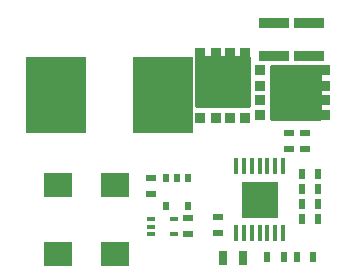
<source format=gbr>
%TF.GenerationSoftware,Altium Limited,Altium Designer,20.1.8 (145)*%
G04 Layer_Color=8421504*
%FSLAX24Y24*%
%MOIN*%
%TF.SameCoordinates,EFFAC6F7-03CC-4013-BD78-E1C7C4EA7A57*%
%TF.FilePolarity,Positive*%
%TF.FileFunction,Paste,Top*%
%TF.Part,Single*%
G01*
G75*
%TA.AperFunction,SMDPad,CuDef*%
G04:AMPARAMS|DCode=10|XSize=33.5mil|YSize=21.7mil|CornerRadius=0.1mil|HoleSize=0mil|Usage=FLASHONLY|Rotation=180.000|XOffset=0mil|YOffset=0mil|HoleType=Round|Shape=RoundedRectangle|*
%AMROUNDEDRECTD10*
21,1,0.0335,0.0214,0,0,180.0*
21,1,0.0332,0.0217,0,0,180.0*
1,1,0.0002,-0.0166,0.0107*
1,1,0.0002,0.0166,0.0107*
1,1,0.0002,0.0166,-0.0107*
1,1,0.0002,-0.0166,-0.0107*
%
%ADD10ROUNDEDRECTD10*%
G04:AMPARAMS|DCode=11|XSize=255.9mil|YSize=196.9mil|CornerRadius=1mil|HoleSize=0mil|Usage=FLASHONLY|Rotation=90.000|XOffset=0mil|YOffset=0mil|HoleType=Round|Shape=RoundedRectangle|*
%AMROUNDEDRECTD11*
21,1,0.2559,0.1949,0,0,90.0*
21,1,0.2539,0.1969,0,0,90.0*
1,1,0.0020,0.0974,0.1270*
1,1,0.0020,0.0974,-0.1270*
1,1,0.0020,-0.0974,-0.1270*
1,1,0.0020,-0.0974,0.1270*
%
%ADD11ROUNDEDRECTD11*%
G04:AMPARAMS|DCode=12|XSize=92.5mil|YSize=82.7mil|CornerRadius=0.4mil|HoleSize=0mil|Usage=FLASHONLY|Rotation=180.000|XOffset=0mil|YOffset=0mil|HoleType=Round|Shape=RoundedRectangle|*
%AMROUNDEDRECTD12*
21,1,0.0925,0.0818,0,0,180.0*
21,1,0.0917,0.0827,0,0,180.0*
1,1,0.0008,-0.0458,0.0409*
1,1,0.0008,0.0458,0.0409*
1,1,0.0008,0.0458,-0.0409*
1,1,0.0008,-0.0458,-0.0409*
%
%ADD12ROUNDEDRECTD12*%
%TA.AperFunction,ConnectorPad*%
G04:AMPARAMS|DCode=13|XSize=47.2mil|YSize=27.6mil|CornerRadius=0.1mil|HoleSize=0mil|Usage=FLASHONLY|Rotation=90.000|XOffset=0mil|YOffset=0mil|HoleType=Round|Shape=RoundedRectangle|*
%AMROUNDEDRECTD13*
21,1,0.0472,0.0273,0,0,90.0*
21,1,0.0470,0.0276,0,0,90.0*
1,1,0.0003,0.0136,0.0235*
1,1,0.0003,0.0136,-0.0235*
1,1,0.0003,-0.0136,-0.0235*
1,1,0.0003,-0.0136,0.0235*
%
%ADD13ROUNDEDRECTD13*%
%TA.AperFunction,SMDPad,CuDef*%
G04:AMPARAMS|DCode=14|XSize=21.7mil|YSize=29.5mil|CornerRadius=0.1mil|HoleSize=0mil|Usage=FLASHONLY|Rotation=0.000|XOffset=0mil|YOffset=0mil|HoleType=Round|Shape=RoundedRectangle|*
%AMROUNDEDRECTD14*
21,1,0.0217,0.0293,0,0,0.0*
21,1,0.0214,0.0295,0,0,0.0*
1,1,0.0002,0.0107,-0.0147*
1,1,0.0002,-0.0107,-0.0147*
1,1,0.0002,-0.0107,0.0147*
1,1,0.0002,0.0107,0.0147*
%
%ADD14ROUNDEDRECTD14*%
G04:AMPARAMS|DCode=15|XSize=13.8mil|YSize=23.6mil|CornerRadius=0.1mil|HoleSize=0mil|Usage=FLASHONLY|Rotation=90.000|XOffset=0mil|YOffset=0mil|HoleType=Round|Shape=RoundedRectangle|*
%AMROUNDEDRECTD15*
21,1,0.0138,0.0235,0,0,90.0*
21,1,0.0136,0.0236,0,0,90.0*
1,1,0.0001,0.0117,0.0068*
1,1,0.0001,0.0117,-0.0068*
1,1,0.0001,-0.0117,-0.0068*
1,1,0.0001,-0.0117,0.0068*
%
%ADD15ROUNDEDRECTD15*%
G04:AMPARAMS|DCode=20|XSize=33.5mil|YSize=19.7mil|CornerRadius=0.1mil|HoleSize=0mil|Usage=FLASHONLY|Rotation=90.000|XOffset=0mil|YOffset=0mil|HoleType=Round|Shape=RoundedRectangle|*
%AMROUNDEDRECTD20*
21,1,0.0335,0.0195,0,0,90.0*
21,1,0.0333,0.0197,0,0,90.0*
1,1,0.0002,0.0097,0.0166*
1,1,0.0002,0.0097,-0.0166*
1,1,0.0002,-0.0097,-0.0166*
1,1,0.0002,-0.0097,0.0166*
%
%ADD20ROUNDEDRECTD20*%
G04:AMPARAMS|DCode=21|XSize=33.5mil|YSize=21.7mil|CornerRadius=0.1mil|HoleSize=0mil|Usage=FLASHONLY|Rotation=270.000|XOffset=0mil|YOffset=0mil|HoleType=Round|Shape=RoundedRectangle|*
%AMROUNDEDRECTD21*
21,1,0.0335,0.0214,0,0,270.0*
21,1,0.0332,0.0217,0,0,270.0*
1,1,0.0002,-0.0107,-0.0166*
1,1,0.0002,-0.0107,0.0166*
1,1,0.0002,0.0107,0.0166*
1,1,0.0002,0.0107,-0.0166*
%
%ADD21ROUNDEDRECTD21*%
%TA.AperFunction,ConnectorPad*%
G04:AMPARAMS|DCode=22|XSize=33.5mil|YSize=21.7mil|CornerRadius=0.1mil|HoleSize=0mil|Usage=FLASHONLY|Rotation=90.000|XOffset=0mil|YOffset=0mil|HoleType=Round|Shape=RoundedRectangle|*
%AMROUNDEDRECTD22*
21,1,0.0335,0.0214,0,0,90.0*
21,1,0.0332,0.0217,0,0,90.0*
1,1,0.0002,0.0107,0.0166*
1,1,0.0002,0.0107,-0.0166*
1,1,0.0002,-0.0107,-0.0166*
1,1,0.0002,-0.0107,0.0166*
%
%ADD22ROUNDEDRECTD22*%
%TA.AperFunction,SMDPad,CuDef*%
G04:AMPARAMS|DCode=23|XSize=118mil|YSize=122mil|CornerRadius=0.6mil|HoleSize=0mil|Usage=FLASHONLY|Rotation=90.000|XOffset=0mil|YOffset=0mil|HoleType=Round|Shape=RoundedRectangle|*
%AMROUNDEDRECTD23*
21,1,0.1180,0.1208,0,0,90.0*
21,1,0.1168,0.1220,0,0,90.0*
1,1,0.0012,0.0604,0.0584*
1,1,0.0012,0.0604,-0.0584*
1,1,0.0012,-0.0604,-0.0584*
1,1,0.0012,-0.0604,0.0584*
%
%ADD23ROUNDEDRECTD23*%
G04:AMPARAMS|DCode=24|XSize=56mil|YSize=13.8mil|CornerRadius=0.1mil|HoleSize=0mil|Usage=FLASHONLY|Rotation=270.000|XOffset=0mil|YOffset=0mil|HoleType=Round|Shape=RoundedRectangle|*
%AMROUNDEDRECTD24*
21,1,0.0560,0.0136,0,0,270.0*
21,1,0.0559,0.0138,0,0,270.0*
1,1,0.0001,-0.0068,-0.0279*
1,1,0.0001,-0.0068,0.0279*
1,1,0.0001,0.0068,0.0279*
1,1,0.0001,0.0068,-0.0279*
%
%ADD24ROUNDEDRECTD24*%
G04:AMPARAMS|DCode=25|XSize=33.5mil|YSize=19.7mil|CornerRadius=0.1mil|HoleSize=0mil|Usage=FLASHONLY|Rotation=180.000|XOffset=0mil|YOffset=0mil|HoleType=Round|Shape=RoundedRectangle|*
%AMROUNDEDRECTD25*
21,1,0.0335,0.0195,0,0,180.0*
21,1,0.0333,0.0197,0,0,180.0*
1,1,0.0002,-0.0166,0.0097*
1,1,0.0002,0.0166,0.0097*
1,1,0.0002,0.0166,-0.0097*
1,1,0.0002,-0.0166,-0.0097*
%
%ADD25ROUNDEDRECTD25*%
G04:AMPARAMS|DCode=26|XSize=100.4mil|YSize=31.5mil|CornerRadius=0.2mil|HoleSize=0mil|Usage=FLASHONLY|Rotation=0.000|XOffset=0mil|YOffset=0mil|HoleType=Round|Shape=RoundedRectangle|*
%AMROUNDEDRECTD26*
21,1,0.1004,0.0312,0,0,0.0*
21,1,0.1001,0.0315,0,0,0.0*
1,1,0.0003,0.0500,-0.0156*
1,1,0.0003,-0.0500,-0.0156*
1,1,0.0003,-0.0500,0.0156*
1,1,0.0003,0.0500,0.0156*
%
%ADD26ROUNDEDRECTD26*%
G04:AMPARAMS|DCode=49|XSize=35.4mil|YSize=31.5mil|CornerRadius=2.1mil|HoleSize=0mil|Usage=FLASHONLY|Rotation=90.000|XOffset=0mil|YOffset=0mil|HoleType=Round|Shape=RoundedRectangle|*
%AMROUNDEDRECTD49*
21,1,0.0354,0.0273,0,0,90.0*
21,1,0.0312,0.0315,0,0,90.0*
1,1,0.0042,0.0136,0.0156*
1,1,0.0042,0.0136,-0.0156*
1,1,0.0042,-0.0136,-0.0156*
1,1,0.0042,-0.0136,0.0156*
%
%ADD49ROUNDEDRECTD49*%
G04:AMPARAMS|DCode=50|XSize=173.2mil|YSize=183.5mil|CornerRadius=2.8mil|HoleSize=0mil|Usage=FLASHONLY|Rotation=90.000|XOffset=0mil|YOffset=0mil|HoleType=Round|Shape=RoundedRectangle|*
%AMROUNDEDRECTD50*
21,1,0.1732,0.1778,0,0,90.0*
21,1,0.1676,0.1835,0,0,90.0*
1,1,0.0056,0.0889,0.0838*
1,1,0.0056,0.0889,-0.0838*
1,1,0.0056,-0.0889,-0.0838*
1,1,0.0056,-0.0889,0.0838*
%
%ADD50ROUNDEDRECTD50*%
G04:AMPARAMS|DCode=51|XSize=35.4mil|YSize=31.5mil|CornerRadius=2.1mil|HoleSize=0mil|Usage=FLASHONLY|Rotation=0.000|XOffset=0mil|YOffset=0mil|HoleType=Round|Shape=RoundedRectangle|*
%AMROUNDEDRECTD51*
21,1,0.0354,0.0273,0,0,0.0*
21,1,0.0312,0.0315,0,0,0.0*
1,1,0.0042,0.0156,-0.0136*
1,1,0.0042,-0.0156,-0.0136*
1,1,0.0042,-0.0156,0.0136*
1,1,0.0042,0.0156,0.0136*
%
%ADD51ROUNDEDRECTD51*%
G04:AMPARAMS|DCode=52|XSize=173.2mil|YSize=183.5mil|CornerRadius=2.8mil|HoleSize=0mil|Usage=FLASHONLY|Rotation=0.000|XOffset=0mil|YOffset=0mil|HoleType=Round|Shape=RoundedRectangle|*
%AMROUNDEDRECTD52*
21,1,0.1732,0.1778,0,0,0.0*
21,1,0.1676,0.1835,0,0,0.0*
1,1,0.0056,0.0838,-0.0889*
1,1,0.0056,-0.0838,-0.0889*
1,1,0.0056,-0.0838,0.0889*
1,1,0.0056,0.0838,0.0889*
%
%ADD52ROUNDEDRECTD52*%
G36*
X9245Y6612D02*
X8725D01*
Y7097D01*
X9245D01*
Y6612D01*
D02*
G37*
G36*
X8646D02*
X8127D01*
Y7097D01*
X8646D01*
Y6612D01*
D02*
G37*
G36*
X8048D02*
X7528D01*
Y7097D01*
X8048D01*
Y6612D01*
D02*
G37*
G36*
X9245Y6048D02*
X8725D01*
Y6533D01*
X9245D01*
Y6048D01*
D02*
G37*
G36*
X8646D02*
X8127D01*
Y6533D01*
X8646D01*
Y6048D01*
D02*
G37*
G36*
X8048D02*
X7528D01*
Y6533D01*
X8048D01*
Y6048D01*
D02*
G37*
G36*
X9245Y5483D02*
X8725D01*
Y5969D01*
X9245D01*
Y5483D01*
D02*
G37*
G36*
X8646D02*
X8127D01*
Y5969D01*
X8646D01*
Y5483D01*
D02*
G37*
G36*
X8048D02*
X7528D01*
Y5969D01*
X8048D01*
Y5483D01*
D02*
G37*
G36*
X11576Y6313D02*
X11091D01*
Y6833D01*
X11576D01*
Y6313D01*
D02*
G37*
G36*
X11012D02*
X10526D01*
Y6833D01*
X11012D01*
Y6313D01*
D02*
G37*
G36*
X10448D02*
X9962D01*
Y6833D01*
X10448D01*
Y6313D01*
D02*
G37*
G36*
X11576Y5715D02*
X11091D01*
Y6234D01*
X11576D01*
Y5715D01*
D02*
G37*
G36*
X11012D02*
X10526D01*
Y6234D01*
X11012D01*
Y5715D01*
D02*
G37*
G36*
X10448D02*
X9962D01*
Y6234D01*
X10448D01*
Y5715D01*
D02*
G37*
G36*
X11576Y5116D02*
X11091D01*
Y5636D01*
X11576D01*
Y5116D01*
D02*
G37*
G36*
X11012D02*
X10526D01*
Y5636D01*
X11012D01*
Y5116D01*
D02*
G37*
G36*
X10448D02*
X9962D01*
Y5636D01*
X10448D01*
Y5116D01*
D02*
G37*
D10*
X5975Y3149D02*
D03*
Y2598D02*
D03*
X7235Y1810D02*
D03*
Y1259D02*
D03*
X8239Y1847D02*
D03*
Y1296D02*
D03*
X10580Y4654D02*
D03*
Y4103D02*
D03*
D11*
X2835Y5906D02*
D03*
X6378D02*
D03*
D12*
X4793Y2913D02*
D03*
Y610D02*
D03*
X2904D02*
D03*
Y2913D02*
D03*
D13*
X9047Y486D02*
D03*
X8378D02*
D03*
D14*
X7235Y2214D02*
D03*
X6487Y2214D02*
D03*
Y3139D02*
D03*
X6861D02*
D03*
X7235D02*
D03*
D15*
X5984Y1771D02*
D03*
X5984Y1515D02*
D03*
X5984Y1259D02*
D03*
X6752D02*
D03*
Y1771D02*
D03*
D20*
X11014Y3272D02*
D03*
X11565D02*
D03*
X11014Y2777D02*
D03*
X11565D02*
D03*
X10847Y512D02*
D03*
X11398D02*
D03*
X11014Y2272D02*
D03*
X11565D02*
D03*
D21*
X11014Y1769D02*
D03*
X11565D02*
D03*
D22*
X9863Y512D02*
D03*
X10414D02*
D03*
D23*
X9607Y2416D02*
D03*
D24*
X8839Y3536D02*
D03*
X9095D02*
D03*
X9351D02*
D03*
X9607D02*
D03*
X9863D02*
D03*
X10119D02*
D03*
X10375D02*
D03*
X10375Y1296D02*
D03*
X10119D02*
D03*
X9863D02*
D03*
X9607D02*
D03*
X9351D02*
D03*
X9095D02*
D03*
X8839D02*
D03*
D25*
X11112Y4654D02*
D03*
Y4103D02*
D03*
D26*
X11243Y8317D02*
D03*
Y7195D02*
D03*
X10101Y8317D02*
D03*
Y7195D02*
D03*
D49*
X8150Y5128D02*
D03*
X8623D02*
D03*
X9134D02*
D03*
Y7295D02*
D03*
X8623D02*
D03*
X8150D02*
D03*
X7638D02*
D03*
Y5128D02*
D03*
D50*
X8386Y6330D02*
D03*
D51*
X9607Y6722D02*
D03*
X11774D02*
D03*
Y6211D02*
D03*
Y5738D02*
D03*
Y5226D02*
D03*
X9607D02*
D03*
Y5738D02*
D03*
Y6211D02*
D03*
D52*
X10809Y5974D02*
D03*
%TF.MD5,08245b9ef7ce11e0615ab9f63a36ab3e*%
M02*

</source>
